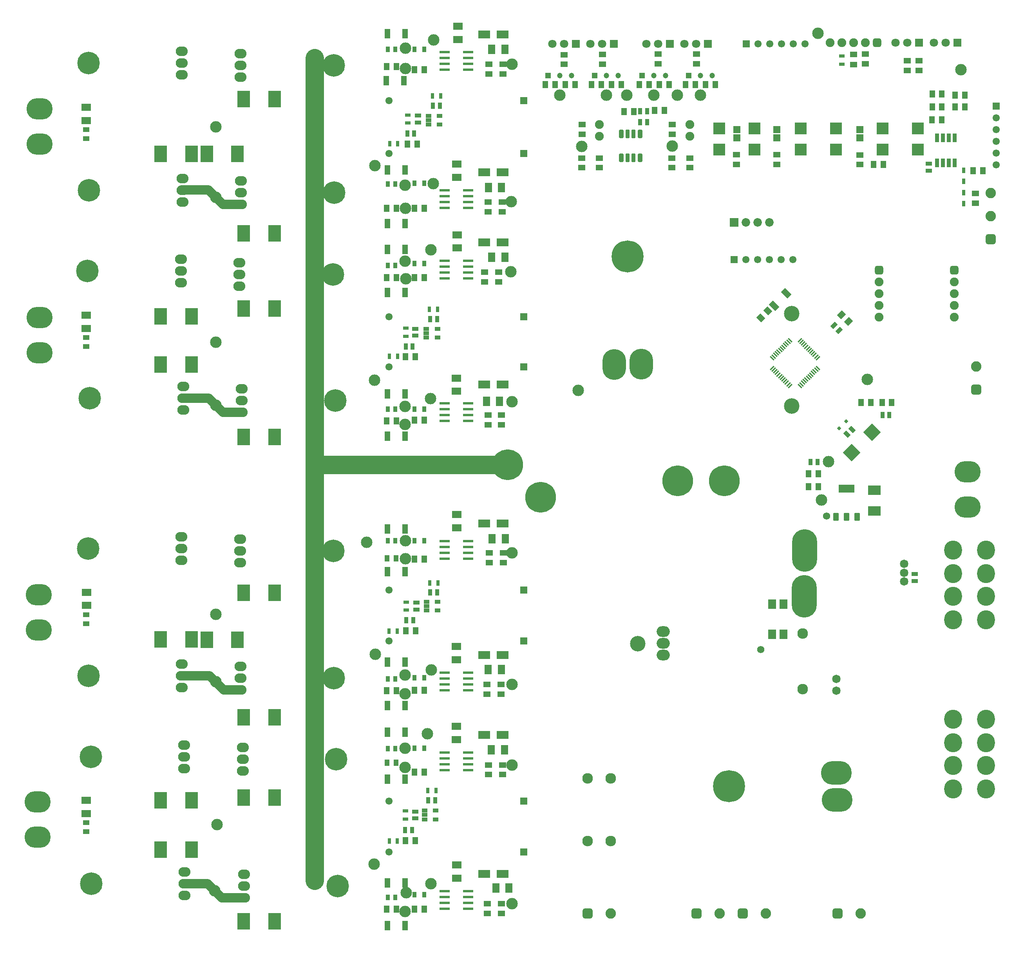
<source format=gbr>
%TF.GenerationSoftware,Altium Limited,Altium Designer,21.6.4 (81)*%
G04 Layer_Color=16711935*
%FSLAX43Y43*%
%MOMM*%
%TF.SameCoordinates,A962B9D3-E780-4B03-8A10-E236CC36F35F*%
%TF.FilePolarity,Negative*%
%TF.FileFunction,Soldermask,Bot*%
%TF.Part,Single*%
G01*
G75*
%TA.AperFunction,SMDPad,CuDef*%
%ADD12R,1.157X1.508*%
%ADD16R,1.508X1.157*%
%TA.AperFunction,ComponentPad*%
%ADD57R,1.550X1.550*%
%ADD58C,1.550*%
%ADD63C,1.200*%
%ADD64R,1.200X1.200*%
%ADD66R,1.550X1.550*%
%TA.AperFunction,SMDPad,CuDef*%
%ADD77R,0.950X1.350*%
%ADD78R,1.350X0.950*%
%ADD79R,1.250X2.000*%
%ADD80R,1.508X1.207*%
%ADD83R,1.207X1.508*%
G04:AMPARAMS|DCode=84|XSize=1.194mm|YSize=0.305mm|CornerRadius=0mm|HoleSize=0mm|Usage=FLASHONLY|Rotation=315.000|XOffset=0mm|YOffset=0mm|HoleType=Round|Shape=Rectangle|*
%AMROTATEDRECTD84*
4,1,4,-0.530,0.314,-0.314,0.530,0.530,-0.314,0.314,-0.530,-0.530,0.314,0.0*
%
%ADD84ROTATEDRECTD84*%

G04:AMPARAMS|DCode=85|XSize=1.194mm|YSize=0.305mm|CornerRadius=0mm|HoleSize=0mm|Usage=FLASHONLY|Rotation=45.000|XOffset=0mm|YOffset=0mm|HoleType=Round|Shape=Rectangle|*
%AMROTATEDRECTD85*
4,1,4,-0.314,-0.530,-0.530,-0.314,0.314,0.530,0.530,0.314,-0.314,-0.530,0.0*
%
%ADD85ROTATEDRECTD85*%

G04:AMPARAMS|DCode=86|XSize=1.207mm|YSize=1.508mm|CornerRadius=0mm|HoleSize=0mm|Usage=FLASHONLY|Rotation=45.000|XOffset=0mm|YOffset=0mm|HoleType=Round|Shape=Rectangle|*
%AMROTATEDRECTD86*
4,1,4,0.107,-0.960,-0.960,0.107,-0.107,0.960,0.960,-0.107,0.107,-0.960,0.0*
%
%ADD86ROTATEDRECTD86*%

G04:AMPARAMS|DCode=88|XSize=0.95mm|YSize=1.35mm|CornerRadius=0mm|HoleSize=0mm|Usage=FLASHONLY|Rotation=45.000|XOffset=0mm|YOffset=0mm|HoleType=Round|Shape=Rectangle|*
%AMROTATEDRECTD88*
4,1,4,0.141,-0.813,-0.813,0.141,-0.141,0.813,0.813,-0.141,0.141,-0.813,0.0*
%
%ADD88ROTATEDRECTD88*%

%ADD89P,0.849X4X90.0*%
G04:AMPARAMS|DCode=90|XSize=0.95mm|YSize=1.35mm|CornerRadius=0mm|HoleSize=0mm|Usage=FLASHONLY|Rotation=135.000|XOffset=0mm|YOffset=0mm|HoleType=Round|Shape=Rectangle|*
%AMROTATEDRECTD90*
4,1,4,0.813,0.141,-0.141,-0.813,-0.813,-0.141,0.141,0.813,0.813,0.141,0.0*
%
%ADD90ROTATEDRECTD90*%

%ADD91R,1.408X1.007*%
%ADD93R,1.308X0.757*%
%ADD94R,0.757X1.308*%
%ADD95R,1.007X1.408*%
%ADD96R,2.270X0.558*%
%ADD97R,0.808X1.262*%
%ADD98R,0.900X1.200*%
%ADD99R,2.500X1.700*%
G04:AMPARAMS|DCode=100|XSize=1.25mm|YSize=2mm|CornerRadius=0mm|HoleSize=0mm|Usage=FLASHONLY|Rotation=225.000|XOffset=0mm|YOffset=0mm|HoleType=Round|Shape=Rectangle|*
%AMROTATEDRECTD100*
4,1,4,-0.265,1.149,1.149,-0.265,0.265,-1.149,-1.149,0.265,-0.265,1.149,0.0*
%
%ADD100ROTATEDRECTD100*%

G04:AMPARAMS|DCode=101|XSize=1.207mm|YSize=1.508mm|CornerRadius=0mm|HoleSize=0mm|Usage=FLASHONLY|Rotation=315.000|XOffset=0mm|YOffset=0mm|HoleType=Round|Shape=Rectangle|*
%AMROTATEDRECTD101*
4,1,4,-0.960,-0.107,0.107,0.960,0.960,0.107,-0.107,-0.960,-0.960,-0.107,0.0*
%
%ADD101ROTATEDRECTD101*%

%ADD104R,1.556X1.505*%
%ADD105R,2.800X2.000*%
%TA.AperFunction,NonConductor*%
%ADD144C,4.000*%
%ADD145C,2.000*%
%TA.AperFunction,SMDPad,CuDef*%
%ADD146R,1.750X2.100*%
%ADD147R,2.700X3.600*%
G04:AMPARAMS|DCode=148|XSize=3.45mm|YSize=1.75mm|CornerRadius=0.201mm|HoleSize=0mm|Usage=FLASHONLY|Rotation=0.000|XOffset=0mm|YOffset=0mm|HoleType=Round|Shape=RoundedRectangle|*
%AMROUNDEDRECTD148*
21,1,3.450,1.349,0,0,0.0*
21,1,3.049,1.750,0,0,0.0*
1,1,0.402,1.524,-0.674*
1,1,0.402,-1.524,-0.674*
1,1,0.402,-1.524,0.674*
1,1,0.402,1.524,0.674*
%
%ADD148ROUNDEDRECTD148*%
G04:AMPARAMS|DCode=149|XSize=1.2mm|YSize=1.75mm|CornerRadius=0.2mm|HoleSize=0mm|Usage=FLASHONLY|Rotation=0.000|XOffset=0mm|YOffset=0mm|HoleType=Round|Shape=RoundedRectangle|*
%AMROUNDEDRECTD149*
21,1,1.200,1.351,0,0,0.0*
21,1,0.801,1.750,0,0,0.0*
1,1,0.399,0.401,-0.676*
1,1,0.399,-0.401,-0.676*
1,1,0.399,-0.401,0.676*
1,1,0.399,0.401,0.676*
%
%ADD149ROUNDEDRECTD149*%
%ADD150R,1.600X2.100*%
%ADD151R,2.100X1.600*%
%ADD152R,0.950X1.825*%
%ADD153R,0.800X1.300*%
G04:AMPARAMS|DCode=154|XSize=2.75mm|YSize=2.65mm|CornerRadius=0mm|HoleSize=0mm|Usage=FLASHONLY|Rotation=315.000|XOffset=0mm|YOffset=0mm|HoleType=Round|Shape=Rectangle|*
%AMROTATEDRECTD154*
4,1,4,-1.909,0.035,-0.035,1.909,1.909,-0.035,0.035,-1.909,-1.909,0.035,0.0*
%
%ADD154ROTATEDRECTD154*%

%ADD155R,1.200X0.950*%
G04:AMPARAMS|DCode=156|XSize=1.1mm|YSize=1.9mm|CornerRadius=0.35mm|HoleSize=0mm|Usage=FLASHONLY|Rotation=0.000|XOffset=0mm|YOffset=0mm|HoleType=Round|Shape=RoundedRectangle|*
%AMROUNDEDRECTD156*
21,1,1.100,1.200,0,0,0.0*
21,1,0.400,1.900,0,0,0.0*
1,1,0.700,0.200,-0.600*
1,1,0.700,-0.200,-0.600*
1,1,0.700,-0.200,0.600*
1,1,0.700,0.200,0.600*
%
%ADD156ROUNDEDRECTD156*%
G04:AMPARAMS|DCode=157|XSize=0.9mm|YSize=1.9mm|CornerRadius=0.3mm|HoleSize=0mm|Usage=FLASHONLY|Rotation=0.000|XOffset=0mm|YOffset=0mm|HoleType=Round|Shape=RoundedRectangle|*
%AMROUNDEDRECTD157*
21,1,0.900,1.300,0,0,0.0*
21,1,0.300,1.900,0,0,0.0*
1,1,0.600,0.150,-0.650*
1,1,0.600,-0.150,-0.650*
1,1,0.600,-0.150,0.650*
1,1,0.600,0.150,0.650*
%
%ADD157ROUNDEDRECTD157*%
%TA.AperFunction,ComponentPad*%
%ADD158C,2.489*%
%ADD159C,2.300*%
%ADD160O,5.380X9.190*%
%ADD161C,1.824*%
%ADD162C,6.650*%
%ADD163O,3.856X4.110*%
%ADD164R,1.800X1.800*%
%ADD165C,1.800*%
%ADD166C,2.250*%
G04:AMPARAMS|DCode=167|XSize=2.25mm|YSize=2.25mm|CornerRadius=0.638mm|HoleSize=0mm|Usage=FLASHONLY|Rotation=0.000|XOffset=0mm|YOffset=0mm|HoleType=Round|Shape=RoundedRectangle|*
%AMROUNDEDRECTD167*
21,1,2.250,0.975,0,0,0.0*
21,1,0.975,2.250,0,0,0.0*
1,1,1.275,0.488,-0.488*
1,1,1.275,-0.488,-0.488*
1,1,1.275,-0.488,0.488*
1,1,1.275,0.488,0.488*
%
%ADD167ROUNDEDRECTD167*%
%ADD168O,5.634X4.618*%
%ADD169C,1.900*%
G04:AMPARAMS|DCode=170|XSize=1.9mm|YSize=1.9mm|CornerRadius=0.55mm|HoleSize=0mm|Usage=FLASHONLY|Rotation=270.000|XOffset=0mm|YOffset=0mm|HoleType=Round|Shape=RoundedRectangle|*
%AMROUNDEDRECTD170*
21,1,1.900,0.800,0,0,270.0*
21,1,0.800,1.900,0,0,270.0*
1,1,1.100,-0.400,-0.400*
1,1,1.100,-0.400,0.400*
1,1,1.100,0.400,0.400*
1,1,1.100,0.400,-0.400*
%
%ADD170ROUNDEDRECTD170*%
%ADD171C,6.904*%
%ADD172O,5.126X6.650*%
%ADD173C,3.348*%
%ADD174O,6.650X5.126*%
%ADD175O,2.586X2.078*%
%ADD176C,4.872*%
%ADD177O,2.840X2.332*%
%ADD178R,2.586X2.586*%
G04:AMPARAMS|DCode=179|XSize=1.9mm|YSize=1.9mm|CornerRadius=0.55mm|HoleSize=0mm|Usage=FLASHONLY|Rotation=180.000|XOffset=0mm|YOffset=0mm|HoleType=Round|Shape=RoundedRectangle|*
%AMROUNDEDRECTD179*
21,1,1.900,0.800,0,0,180.0*
21,1,0.800,1.900,0,0,180.0*
1,1,1.100,-0.400,0.400*
1,1,1.100,0.400,0.400*
1,1,1.100,0.400,-0.400*
1,1,1.100,-0.400,-0.400*
%
%ADD179ROUNDEDRECTD179*%
%ADD180C,1.850*%
%ADD181R,1.850X1.850*%
G04:AMPARAMS|DCode=182|XSize=2.25mm|YSize=2.25mm|CornerRadius=0.638mm|HoleSize=0mm|Usage=FLASHONLY|Rotation=90.000|XOffset=0mm|YOffset=0mm|HoleType=Round|Shape=RoundedRectangle|*
%AMROUNDEDRECTD182*
21,1,2.250,0.975,0,0,90.0*
21,1,0.975,2.250,0,0,90.0*
1,1,1.275,0.488,0.488*
1,1,1.275,0.488,-0.488*
1,1,1.275,-0.488,-0.488*
1,1,1.275,-0.488,0.488*
%
%ADD182ROUNDEDRECTD182*%
%TA.AperFunction,ViaPad*%
%ADD183C,1.570*%
D12*
X88653Y172850D02*
D03*
X86501D02*
D03*
X86207Y67575D02*
D03*
X88359D02*
D03*
X189426Y168425D02*
D03*
X187274D02*
D03*
X86123Y126835D02*
D03*
X88274D02*
D03*
X86099Y22225D02*
D03*
X88251D02*
D03*
D16*
X209313Y160021D02*
D03*
Y162173D02*
D03*
X182995Y190052D02*
D03*
Y192204D02*
D03*
X185535Y192326D02*
D03*
Y190174D02*
D03*
D57*
X111680Y19775D02*
D03*
Y65375D02*
D03*
Y76375D02*
D03*
Y30775D02*
D03*
Y124625D02*
D03*
Y135525D02*
D03*
Y170825D02*
D03*
Y182225D02*
D03*
X157120Y147850D02*
D03*
X159754Y194488D02*
D03*
D58*
X82570Y19775D02*
D03*
Y65375D02*
D03*
Y76375D02*
D03*
Y30775D02*
D03*
Y124625D02*
D03*
Y135525D02*
D03*
Y170825D02*
D03*
Y182225D02*
D03*
X159660Y147850D02*
D03*
X162200D02*
D03*
X164740D02*
D03*
X167280D02*
D03*
X169820Y147850D02*
D03*
X172454Y194488D02*
D03*
X169914D02*
D03*
X167374D02*
D03*
X164834D02*
D03*
X162294D02*
D03*
X213775Y178490D02*
D03*
Y175950D02*
D03*
Y173410D02*
D03*
Y170870D02*
D03*
Y168330D02*
D03*
D63*
X142355Y187630D02*
D03*
X139815D02*
D03*
X122035D02*
D03*
X119495D02*
D03*
X152388D02*
D03*
X149848D02*
D03*
X132068D02*
D03*
X129528D02*
D03*
D64*
X137275D02*
D03*
X116955D02*
D03*
X147308D02*
D03*
X126988D02*
D03*
D66*
X213775Y181030D02*
D03*
D77*
X86275Y69900D02*
D03*
X87775D02*
D03*
X86178Y129104D02*
D03*
X87678D02*
D03*
X190700Y114276D02*
D03*
X189200D02*
D03*
X173648Y104125D02*
D03*
X175148D02*
D03*
X91435Y134994D02*
D03*
X92935D02*
D03*
X92075Y181118D02*
D03*
X93575D02*
D03*
X91479Y75897D02*
D03*
X92979D02*
D03*
X91062Y30956D02*
D03*
X92562D02*
D03*
X138330Y179959D02*
D03*
X136830D02*
D03*
X138330Y177546D02*
D03*
X136830D02*
D03*
X88007Y175110D02*
D03*
X86507D02*
D03*
X87567Y24500D02*
D03*
X86067D02*
D03*
D78*
X88479Y73675D02*
D03*
Y72175D02*
D03*
X199207Y167092D02*
D03*
Y168592D02*
D03*
X196150Y78350D02*
D03*
Y79850D02*
D03*
X88259Y131400D02*
D03*
Y132900D02*
D03*
X88825Y177523D02*
D03*
Y179023D02*
D03*
X88199Y27025D02*
D03*
Y28525D02*
D03*
D79*
X86000Y80400D02*
D03*
X82250D02*
D03*
X86000Y3829D02*
D03*
X82250D02*
D03*
Y13100D02*
D03*
X86000D02*
D03*
X82250Y51446D02*
D03*
X86000D02*
D03*
X82250Y60844D02*
D03*
X86000D02*
D03*
Y45649D02*
D03*
X82250D02*
D03*
Y35489D02*
D03*
X86000D02*
D03*
Y155694D02*
D03*
X82250D02*
D03*
X86000Y167255D02*
D03*
X82250D02*
D03*
X82000Y186600D02*
D03*
X85750D02*
D03*
X86000Y196760D02*
D03*
X82250D02*
D03*
X86000Y89602D02*
D03*
X82250D02*
D03*
X86000Y109683D02*
D03*
X82250D02*
D03*
X86000Y118827D02*
D03*
X82250D02*
D03*
X86000Y140793D02*
D03*
X82250D02*
D03*
X86000Y150064D02*
D03*
X82250D02*
D03*
D80*
X103237Y143033D02*
D03*
Y145135D02*
D03*
X128055Y167733D02*
D03*
Y169834D02*
D03*
X106800Y53923D02*
D03*
Y56025D02*
D03*
X106855Y8580D02*
D03*
Y6478D02*
D03*
X107003Y160335D02*
D03*
Y158233D02*
D03*
X107175Y190126D02*
D03*
Y188024D02*
D03*
X107257Y84426D02*
D03*
Y82324D02*
D03*
X106900Y114254D02*
D03*
Y112152D02*
D03*
X106264Y145135D02*
D03*
Y143033D02*
D03*
X107100Y38598D02*
D03*
Y36497D02*
D03*
X104257Y82324D02*
D03*
Y84426D02*
D03*
X103793Y8580D02*
D03*
Y6478D02*
D03*
X103700Y56025D02*
D03*
Y53923D02*
D03*
X103975Y112152D02*
D03*
Y114254D02*
D03*
X166375Y170551D02*
D03*
Y168449D02*
D03*
X157650D02*
D03*
Y170551D02*
D03*
X184300Y168399D02*
D03*
Y170501D02*
D03*
X140755Y190212D02*
D03*
Y192313D02*
D03*
X120435Y190085D02*
D03*
Y192186D02*
D03*
X143803Y177073D02*
D03*
Y174972D02*
D03*
X124262Y174954D02*
D03*
Y177056D02*
D03*
X143676Y169834D02*
D03*
Y167733D02*
D03*
X124245D02*
D03*
Y169834D02*
D03*
X147613D02*
D03*
Y167733D02*
D03*
X149010Y190212D02*
D03*
Y192313D02*
D03*
X128690Y190119D02*
D03*
Y192221D02*
D03*
X104003Y160335D02*
D03*
Y158233D02*
D03*
X104175Y188024D02*
D03*
Y190126D02*
D03*
X197140Y190876D02*
D03*
Y188774D02*
D03*
X194600Y190876D02*
D03*
Y188774D02*
D03*
X104056Y36497D02*
D03*
Y38598D02*
D03*
D83*
X199934Y178130D02*
D03*
X202036D02*
D03*
X202063Y183647D02*
D03*
X199962D02*
D03*
X210938Y167122D02*
D03*
X208837D02*
D03*
X202063Y180897D02*
D03*
X199962D02*
D03*
X204903Y183437D02*
D03*
X207005D02*
D03*
Y180897D02*
D03*
X204903D02*
D03*
X82074Y7385D02*
D03*
X84176D02*
D03*
X90176D02*
D03*
X88074D02*
D03*
X82074Y54621D02*
D03*
X84176D02*
D03*
X90176Y54748D02*
D03*
X88074D02*
D03*
X90176Y37022D02*
D03*
X88074D02*
D03*
X84176Y158996D02*
D03*
X82074D02*
D03*
X90176D02*
D03*
X88074D02*
D03*
X143076Y185674D02*
D03*
X140974D02*
D03*
X122756D02*
D03*
X120654D02*
D03*
X138758D02*
D03*
X136656D02*
D03*
X118438D02*
D03*
X116336D02*
D03*
X153109D02*
D03*
X151007D02*
D03*
X132788D02*
D03*
X130687D02*
D03*
X148790D02*
D03*
X146689D02*
D03*
X128471D02*
D03*
X126369D02*
D03*
X139958Y180086D02*
D03*
X142059D02*
D03*
X133354Y179832D02*
D03*
X135456D02*
D03*
X82072Y189581D02*
D03*
X84174D02*
D03*
X173274Y101550D02*
D03*
X175376D02*
D03*
X191226Y117000D02*
D03*
X189124D02*
D03*
X175371Y98800D02*
D03*
X173269D02*
D03*
X186701Y117000D02*
D03*
X184599D02*
D03*
X88074Y188956D02*
D03*
X90176D02*
D03*
X88074Y83090D02*
D03*
X90176D02*
D03*
X84176Y112985D02*
D03*
X82074D02*
D03*
X88074Y113112D02*
D03*
X90176D02*
D03*
X84176Y143968D02*
D03*
X82074D02*
D03*
X88074D02*
D03*
X90176D02*
D03*
D84*
X169234Y130434D02*
D03*
X168881Y130080D02*
D03*
X168527Y129727D02*
D03*
X168173Y129373D02*
D03*
X167820Y129020D02*
D03*
X167466Y128666D02*
D03*
X167113Y128313D02*
D03*
X166759Y127959D02*
D03*
X166406Y127605D02*
D03*
X166052Y127252D02*
D03*
X165699Y126898D02*
D03*
X165345Y126545D02*
D03*
X171355Y120534D02*
D03*
X171709Y120888D02*
D03*
X172063Y121242D02*
D03*
X172416Y121595D02*
D03*
X172770Y121949D02*
D03*
X173123Y122302D02*
D03*
X173477Y122656D02*
D03*
X173830Y123009D02*
D03*
X174184Y123363D02*
D03*
X174537Y123716D02*
D03*
X174891Y124070D02*
D03*
X175245Y124424D02*
D03*
D85*
X165345D02*
D03*
X165699Y124070D02*
D03*
X166052Y123716D02*
D03*
X166406Y123363D02*
D03*
X166759Y123009D02*
D03*
X167113Y122656D02*
D03*
X167466Y122302D02*
D03*
X167820Y121949D02*
D03*
X168173Y121595D02*
D03*
X168527Y121242D02*
D03*
X168881Y120888D02*
D03*
X169234Y120534D02*
D03*
X175245Y126545D02*
D03*
X174891Y126898D02*
D03*
X174537Y127252D02*
D03*
X174184Y127605D02*
D03*
X173830Y127959D02*
D03*
X173477Y128313D02*
D03*
X173123Y128666D02*
D03*
X172770Y129020D02*
D03*
X172416Y129373D02*
D03*
X172063Y129727D02*
D03*
X171709Y130080D02*
D03*
X171355Y130434D02*
D03*
D86*
X164418Y136742D02*
D03*
X162932Y135256D02*
D03*
D88*
X181575Y110095D02*
D03*
X182636Y111156D02*
D03*
D89*
X179804Y111371D02*
D03*
X181360Y112927D02*
D03*
D90*
X178781Y133635D02*
D03*
X179842Y132574D02*
D03*
D91*
X17125Y71050D02*
D03*
Y69148D02*
D03*
Y175956D02*
D03*
Y174055D02*
D03*
Y131010D02*
D03*
Y129108D02*
D03*
Y26088D02*
D03*
Y24187D02*
D03*
D93*
X86178Y131274D02*
D03*
Y133026D02*
D03*
X86625Y177397D02*
D03*
Y179148D02*
D03*
X86304Y72049D02*
D03*
Y73801D02*
D03*
X86125Y26899D02*
D03*
Y28651D02*
D03*
X180455Y190129D02*
D03*
Y191881D02*
D03*
D94*
X93061Y137145D02*
D03*
X91309D02*
D03*
X93701Y183218D02*
D03*
X91949D02*
D03*
X93155Y77947D02*
D03*
X91404D02*
D03*
X92688Y33025D02*
D03*
X90936D02*
D03*
X84451Y172929D02*
D03*
X82699D02*
D03*
X84326Y67475D02*
D03*
X82574D02*
D03*
X84399Y126915D02*
D03*
X82647D02*
D03*
X84376Y22111D02*
D03*
X82624D02*
D03*
D95*
X82174Y39045D02*
D03*
X84076D02*
D03*
X82174Y83244D02*
D03*
X84076D02*
D03*
D96*
X94611Y11339D02*
D03*
Y10069D02*
D03*
Y8799D02*
D03*
Y7529D02*
D03*
X99639D02*
D03*
Y8799D02*
D03*
Y10069D02*
D03*
Y11339D02*
D03*
X94611Y58530D02*
D03*
Y57260D02*
D03*
Y55990D02*
D03*
Y54720D02*
D03*
X99639D02*
D03*
Y55990D02*
D03*
Y57260D02*
D03*
Y58530D02*
D03*
Y116759D02*
D03*
Y115489D02*
D03*
Y114219D02*
D03*
Y112949D02*
D03*
X94611D02*
D03*
Y114219D02*
D03*
Y115489D02*
D03*
Y116759D02*
D03*
X99639Y162840D02*
D03*
Y161570D02*
D03*
Y160300D02*
D03*
Y159030D02*
D03*
X94611D02*
D03*
Y160300D02*
D03*
Y161570D02*
D03*
Y162840D02*
D03*
X99639Y192766D02*
D03*
Y191496D02*
D03*
Y190226D02*
D03*
Y188956D02*
D03*
X94611D02*
D03*
Y190226D02*
D03*
Y191496D02*
D03*
Y192766D02*
D03*
X99639Y87006D02*
D03*
Y85736D02*
D03*
Y84466D02*
D03*
Y83196D02*
D03*
X94611D02*
D03*
Y84466D02*
D03*
Y85736D02*
D03*
Y87006D02*
D03*
X99639Y147615D02*
D03*
Y146345D02*
D03*
Y145075D02*
D03*
Y143805D02*
D03*
X94611D02*
D03*
Y145075D02*
D03*
Y146345D02*
D03*
Y147615D02*
D03*
X99639Y41261D02*
D03*
Y39991D02*
D03*
Y38721D02*
D03*
Y37451D02*
D03*
X94611D02*
D03*
Y38721D02*
D03*
Y39991D02*
D03*
Y41261D02*
D03*
D97*
X82323Y9925D02*
D03*
X83927D02*
D03*
Y57161D02*
D03*
X82323D02*
D03*
X83927Y42093D02*
D03*
X82323D02*
D03*
X83927Y164207D02*
D03*
X82323D02*
D03*
X83927Y193331D02*
D03*
X82323D02*
D03*
X83927Y87047D02*
D03*
X82323D02*
D03*
X83927Y115525D02*
D03*
X82323D02*
D03*
X83927Y146635D02*
D03*
X82323D02*
D03*
D98*
X88075Y10560D02*
D03*
X90175D02*
D03*
X88075Y57415D02*
D03*
X90175D02*
D03*
Y164384D02*
D03*
X88075D02*
D03*
Y193331D02*
D03*
X90175D02*
D03*
Y87047D02*
D03*
X88075D02*
D03*
X90175Y115525D02*
D03*
X88075D02*
D03*
X90175Y42207D02*
D03*
X88075D02*
D03*
X90175Y147016D02*
D03*
X88075D02*
D03*
D99*
X103125Y15022D02*
D03*
X107125D02*
D03*
Y62340D02*
D03*
X103125D02*
D03*
X107125Y120823D02*
D03*
X103125D02*
D03*
Y166777D02*
D03*
X107125D02*
D03*
X103125Y196576D02*
D03*
X107125D02*
D03*
X103125Y90816D02*
D03*
X107125D02*
D03*
X103125Y151552D02*
D03*
X107125D02*
D03*
X103125Y45071D02*
D03*
X107125D02*
D03*
D100*
X168401Y140551D02*
D03*
X165749Y137899D02*
D03*
D101*
X181868Y134457D02*
D03*
X180382Y135943D02*
D03*
D104*
X166375Y175958D02*
D03*
Y174156D02*
D03*
X157725Y175958D02*
D03*
Y174156D02*
D03*
X184300Y175958D02*
D03*
Y174156D02*
D03*
D105*
X187450Y93500D02*
D03*
Y98000D02*
D03*
D144*
X66461Y13586D02*
Y191486D01*
Y103536D02*
X108229D01*
D145*
X66100Y13225D02*
X66461Y13586D01*
X66100Y13225D02*
Y103200D01*
X38055Y57879D02*
X43751D01*
X46799Y54831D01*
X50449D01*
X37679Y162911D02*
X43569D01*
X46650Y159830D01*
X50550D01*
X38401Y12879D02*
X43356D01*
X46404Y9831D01*
X51249D01*
X37909Y117879D02*
X43653D01*
X46701Y114831D01*
X50749D01*
D146*
X167800Y73400D02*
D03*
Y66850D02*
D03*
X165350Y73400D02*
D03*
Y66850D02*
D03*
D147*
X49800Y170750D02*
D03*
X43150D02*
D03*
X49800Y65675D02*
D03*
X43150D02*
D03*
X33200Y65700D02*
D03*
X39850D02*
D03*
X57800Y182550D02*
D03*
X51150D02*
D03*
X33200Y170750D02*
D03*
X39850D02*
D03*
X33200Y30900D02*
D03*
X39850D02*
D03*
X33200Y20300D02*
D03*
X39850D02*
D03*
X33200Y135600D02*
D03*
X39850D02*
D03*
X33200Y125150D02*
D03*
X39850D02*
D03*
X57800Y75825D02*
D03*
X51150D02*
D03*
X57800Y4800D02*
D03*
X51150D02*
D03*
X57800Y109550D02*
D03*
X51150D02*
D03*
X57800Y137289D02*
D03*
X51150D02*
D03*
X57800Y31575D02*
D03*
X51150D02*
D03*
X57800Y48850D02*
D03*
X51150D02*
D03*
X57800Y153550D02*
D03*
X51150D02*
D03*
D148*
X181450Y98375D02*
D03*
D149*
X179150Y92225D02*
D03*
X181450D02*
D03*
X183750D02*
D03*
D150*
X104750Y193300D02*
D03*
X107600D02*
D03*
X104027Y163475D02*
D03*
X106877D02*
D03*
X103618Y117190D02*
D03*
X106468D02*
D03*
X104850Y87529D02*
D03*
X107700D02*
D03*
X104000Y59200D02*
D03*
X106850D02*
D03*
X105650Y12000D02*
D03*
X108500D02*
D03*
X107525Y41904D02*
D03*
X104675D02*
D03*
X107616Y148410D02*
D03*
X104766D02*
D03*
D151*
X97175Y168500D02*
D03*
Y165650D02*
D03*
X97125Y119398D02*
D03*
Y122248D02*
D03*
X97450Y198325D02*
D03*
Y195475D02*
D03*
X97200Y16950D02*
D03*
Y14100D02*
D03*
X17200Y73075D02*
D03*
Y75925D02*
D03*
X97175Y89875D02*
D03*
Y92725D02*
D03*
X17125Y28050D02*
D03*
Y30900D02*
D03*
X17150Y177950D02*
D03*
Y180800D02*
D03*
X17125Y132983D02*
D03*
Y135833D02*
D03*
X97125Y44090D02*
D03*
Y46940D02*
D03*
X97277Y150375D02*
D03*
Y153225D02*
D03*
X97125Y61375D02*
D03*
Y64225D02*
D03*
D152*
X200985Y168814D02*
D03*
X202255D02*
D03*
X203525D02*
D03*
X204795D02*
D03*
Y174238D02*
D03*
X203525D02*
D03*
X202255D02*
D03*
X200985D02*
D03*
D153*
X206738Y162372D02*
D03*
Y159972D02*
D03*
X206788Y164797D02*
D03*
Y167197D02*
D03*
D154*
X186965Y110531D02*
D03*
X182581Y106147D02*
D03*
D155*
X93034Y130998D02*
D03*
Y132898D02*
D03*
X90634D02*
D03*
Y131948D02*
D03*
Y130998D02*
D03*
X93525Y177048D02*
D03*
Y178948D02*
D03*
X91125D02*
D03*
Y177998D02*
D03*
Y177048D02*
D03*
X93079Y71975D02*
D03*
Y73875D02*
D03*
X90679D02*
D03*
Y72925D02*
D03*
Y71975D02*
D03*
X92662Y26825D02*
D03*
Y28725D02*
D03*
X90262D02*
D03*
Y27775D02*
D03*
Y26825D02*
D03*
D156*
X136811Y169866D02*
D03*
X132761D02*
D03*
X136811Y175066D02*
D03*
X132761D02*
D03*
D157*
X135421Y169866D02*
D03*
X134151D02*
D03*
X135421Y175066D02*
D03*
X134151D02*
D03*
D158*
X123450Y119550D02*
D03*
X109125Y84425D02*
D03*
Y117150D02*
D03*
X86122Y87054D02*
D03*
X77775Y86774D02*
D03*
X86000Y112231D02*
D03*
X91500Y117827D02*
D03*
X86012Y116150D02*
D03*
X177550Y104150D02*
D03*
X109125Y56025D02*
D03*
X45125Y71175D02*
D03*
Y130025D02*
D03*
X86100Y189213D02*
D03*
X86000Y6885D02*
D03*
X45125Y176600D02*
D03*
X86125Y158996D02*
D03*
X86275Y10968D02*
D03*
X86175Y143675D02*
D03*
X86101Y83176D02*
D03*
X86000Y38091D02*
D03*
X108875Y145225D02*
D03*
X45375Y25700D02*
D03*
X86012Y147516D02*
D03*
X79550Y168150D02*
D03*
X79582Y62525D02*
D03*
X86025Y53996D02*
D03*
X45125Y161355D02*
D03*
Y56636D02*
D03*
X108940Y160400D02*
D03*
X86000Y163965D02*
D03*
X86012Y58015D02*
D03*
X92100Y164250D02*
D03*
X91700Y59127D02*
D03*
X109125Y190075D02*
D03*
X86100Y193606D02*
D03*
X92250Y195375D02*
D03*
X79450Y121800D02*
D03*
X79325Y17150D02*
D03*
X45125Y116330D02*
D03*
X44881Y11355D02*
D03*
X109125Y8625D02*
D03*
X91600Y12900D02*
D03*
X109125Y38526D02*
D03*
X86000Y42190D02*
D03*
X91627Y149949D02*
D03*
X90825Y45375D02*
D03*
X139815Y183439D02*
D03*
X119495D02*
D03*
X149848D02*
D03*
X129528D02*
D03*
X143803Y172392D02*
D03*
X124249Y172344D02*
D03*
X144895Y183439D02*
D03*
X133973D02*
D03*
X206180Y188920D02*
D03*
X175244Y196825D02*
D03*
X185925Y121950D02*
D03*
X176025Y95875D02*
D03*
D159*
X171950Y67000D02*
D03*
Y55000D02*
D03*
X130500Y22125D02*
D03*
X125500D02*
D03*
X130500Y35650D02*
D03*
X125500D02*
D03*
D160*
X172289Y75093D02*
D03*
X172416Y84999D02*
D03*
D161*
X193879Y78268D02*
D03*
Y80173D02*
D03*
Y82078D02*
D03*
X179250Y57175D02*
D03*
Y54675D02*
D03*
D162*
X108229Y103536D02*
D03*
X115300Y96464D02*
D03*
X145000Y100000D02*
D03*
X155000D02*
D03*
D163*
X204444Y43413D02*
D03*
Y48493D02*
D03*
X211556Y43413D02*
D03*
Y48493D02*
D03*
X204444Y33413D02*
D03*
Y38493D02*
D03*
X211556Y33413D02*
D03*
Y38493D02*
D03*
X204444Y79960D02*
D03*
Y85040D02*
D03*
X211556Y79960D02*
D03*
Y85040D02*
D03*
X204444Y69960D02*
D03*
Y75040D02*
D03*
X211556Y69960D02*
D03*
Y75040D02*
D03*
D164*
X205430Y194750D02*
D03*
X197140D02*
D03*
X122924Y194488D02*
D03*
X151499D02*
D03*
X143244D02*
D03*
X131179D02*
D03*
D165*
X202890Y194750D02*
D03*
X200350D02*
D03*
X194600D02*
D03*
X192060D02*
D03*
X120384Y194488D02*
D03*
X117844D02*
D03*
X148959D02*
D03*
X146419D02*
D03*
X138164D02*
D03*
X140704D02*
D03*
X126099D02*
D03*
X128639D02*
D03*
D166*
X154025Y6500D02*
D03*
X130500D02*
D03*
X164025D02*
D03*
X212575Y162300D02*
D03*
Y157300D02*
D03*
X209500Y124775D02*
D03*
X184500Y6500D02*
D03*
D167*
X149025D02*
D03*
X125500D02*
D03*
X159025D02*
D03*
X179500D02*
D03*
D168*
X207650Y94350D02*
D03*
Y101970D02*
D03*
X7025Y180495D02*
D03*
Y172875D02*
D03*
X7050Y135325D02*
D03*
Y127705D02*
D03*
X6900Y75375D02*
D03*
Y67755D02*
D03*
X6575Y30625D02*
D03*
Y23005D02*
D03*
D169*
X204770Y140525D02*
D03*
Y143065D02*
D03*
Y137985D02*
D03*
Y135445D02*
D03*
X182995Y194742D02*
D03*
X185535D02*
D03*
X180455D02*
D03*
X177915D02*
D03*
X188495Y135435D02*
D03*
Y137975D02*
D03*
Y143055D02*
D03*
Y140515D02*
D03*
X147562Y177089D02*
D03*
Y174549D02*
D03*
X128004Y177089D02*
D03*
Y174549D02*
D03*
D170*
X204770Y145605D02*
D03*
X188495Y145595D02*
D03*
D171*
X134160Y148539D02*
D03*
X156025Y33975D02*
D03*
D172*
X131239Y125171D02*
D03*
X137081Y125298D02*
D03*
D173*
X169625Y136140D02*
D03*
Y116201D02*
D03*
X136339Y64783D02*
D03*
D174*
X179266Y36896D02*
D03*
X179393Y31054D02*
D03*
D175*
X50749Y114831D02*
D03*
Y117371D02*
D03*
Y119911D02*
D03*
X38101Y120419D02*
D03*
Y117879D02*
D03*
Y115339D02*
D03*
X37601Y147919D02*
D03*
Y145379D02*
D03*
Y142839D02*
D03*
X50249Y142131D02*
D03*
Y144671D02*
D03*
Y147211D02*
D03*
X51249Y9831D02*
D03*
Y12371D02*
D03*
Y14911D02*
D03*
X38401Y10339D02*
D03*
Y12879D02*
D03*
Y15419D02*
D03*
X38318Y37839D02*
D03*
Y40379D02*
D03*
Y42919D02*
D03*
X50966Y37331D02*
D03*
Y39871D02*
D03*
Y42411D02*
D03*
X37901Y160339D02*
D03*
Y162879D02*
D03*
Y165419D02*
D03*
X37801Y55339D02*
D03*
Y57879D02*
D03*
Y60419D02*
D03*
X50549Y164911D02*
D03*
Y162371D02*
D03*
Y159831D02*
D03*
X50449Y54831D02*
D03*
Y57371D02*
D03*
Y59911D02*
D03*
X37801Y187839D02*
D03*
Y190379D02*
D03*
Y192919D02*
D03*
X37701Y82839D02*
D03*
Y85379D02*
D03*
Y87919D02*
D03*
X50449Y192411D02*
D03*
Y189871D02*
D03*
Y187331D02*
D03*
X50349Y87411D02*
D03*
Y84871D02*
D03*
Y82331D02*
D03*
D176*
X70942Y117371D02*
D03*
X17908Y117879D02*
D03*
X17408Y145379D02*
D03*
X70442Y144671D02*
D03*
X71442Y12371D02*
D03*
X18208Y12879D02*
D03*
X18125Y40379D02*
D03*
X71159Y39871D02*
D03*
X17708Y162879D02*
D03*
X17608Y57879D02*
D03*
X70742Y162371D02*
D03*
X70642Y57371D02*
D03*
X17608Y190379D02*
D03*
X17508Y85379D02*
D03*
X70642Y189871D02*
D03*
X70542Y84871D02*
D03*
D177*
X141800Y67450D02*
D03*
Y64910D02*
D03*
Y62370D02*
D03*
D178*
X179185Y176200D02*
D03*
Y171628D02*
D03*
X171565D02*
D03*
Y176200D02*
D03*
X161532D02*
D03*
Y171628D02*
D03*
X153912D02*
D03*
Y176200D02*
D03*
X196838D02*
D03*
Y171628D02*
D03*
X189218D02*
D03*
Y176200D02*
D03*
D179*
X188075Y194742D02*
D03*
D180*
X164740Y155873D02*
D03*
X162200D02*
D03*
X159660D02*
D03*
D181*
X157120D02*
D03*
D182*
X212575Y152300D02*
D03*
X209500Y119775D02*
D03*
D183*
X162900Y63550D02*
D03*
X177168Y92450D02*
D03*
%TF.MD5,b38da413387966ed60915e63b8acbc44*%
M02*

</source>
